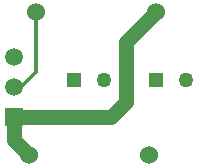
<source format=gbl>
G04 DipTrace 2.3.1.0*
%INlinebot-sensor-v2.0.gbl*%
%MOIN*%
%ADD13C,0.013*%
%ADD14C,0.05*%
%ADD15R,0.05X0.05*%
%ADD16R,0.0591X0.0591*%
%ADD17C,0.0591*%
%ADD18C,0.06*%
%ADD19C,0.06*%
%FSLAX44Y44*%
G04*
G70*
G90*
G75*
G01*
%LNBottom*%
%LPD*%
X1250Y4000D2*
D13*
X1500D1*
X2000Y4500D1*
Y6500D1*
X1250Y3000D2*
D14*
Y2250D1*
X1750Y1750D1*
X1250Y3000D2*
X4500D1*
X5000Y3500D1*
Y5500D1*
X6000Y6500D1*
X4250Y4250D3*
D15*
X3250D3*
D16*
X1250Y3000D3*
D17*
Y4000D3*
Y5000D3*
D18*
X2000Y6500D3*
D19*
X6000D3*
D18*
X5750Y1750D3*
D19*
X1750D3*
D14*
X7000Y4250D3*
D15*
X6000D3*
M02*

</source>
